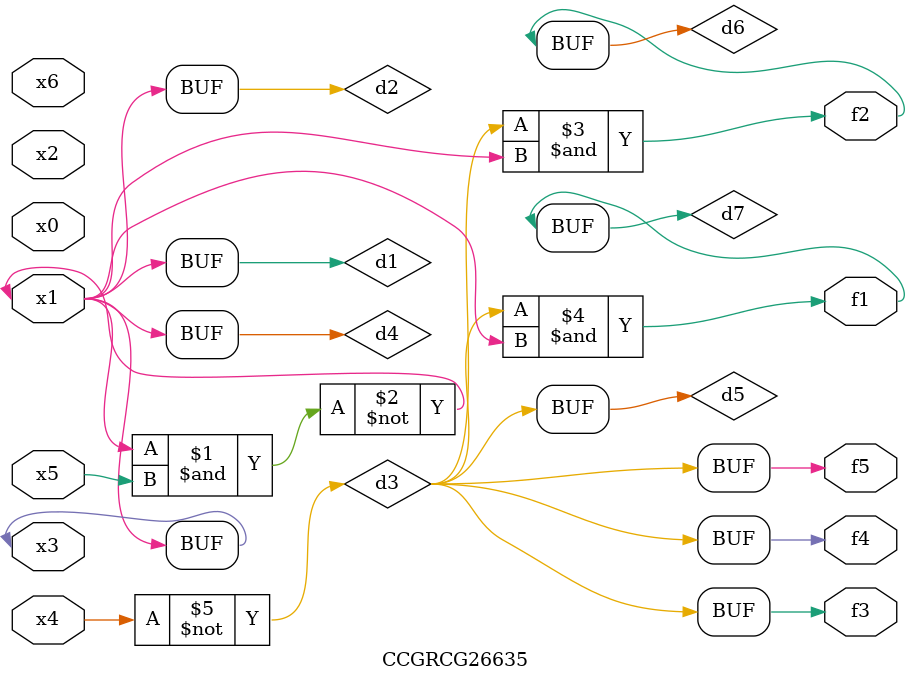
<source format=v>
module CCGRCG26635(
	input x0, x1, x2, x3, x4, x5, x6,
	output f1, f2, f3, f4, f5
);

	wire d1, d2, d3, d4, d5, d6, d7;

	buf (d1, x1, x3);
	nand (d2, x1, x5);
	not (d3, x4);
	buf (d4, d1, d2);
	buf (d5, d3);
	and (d6, d3, d4);
	and (d7, d3, d4);
	assign f1 = d7;
	assign f2 = d6;
	assign f3 = d5;
	assign f4 = d5;
	assign f5 = d5;
endmodule

</source>
